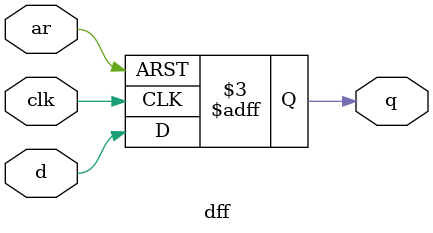
<source format=v>


`timescale 100 ns / 1 ns

module dff (clk, ar, d, q);
	input  clk, ar, d;
	output reg q;
	

always @ (posedge clk or negedge ar)
	if(~ar)
	  q = 1'b0;
	else	
	  q = d;

endmodule

</source>
